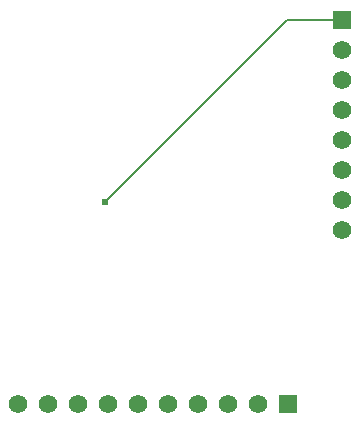
<source format=gbl>
G04 ---------------------------- Layer name :BOTTOM LAYER*
G04 EasyEDA v5.8.22, Thu, 27 Dec 2018 18:25:07 GMT*
G04 83e352a6ecc44a8a847cc623543be36f*
G04 Gerber Generator version 0.2*
G04 Scale: 100 percent, Rotated: No, Reflected: No *
G04 Dimensions in millimeters *
G04 leading zeros omitted , absolute positions ,3 integer and 3 decimal *
%FSLAX33Y33*%
%MOMM*%
G90*
G71D02*

%ADD11C,0.159995*%
%ADD12C,0.610006*%
%ADD15R,1.574800X1.574800*%
%ADD16C,1.574800*%

%LPD*%
G54D11*
G01X30988Y36017D02*
G01X26329Y36017D01*
G01X10896Y20584D01*
G54D15*
G01X30988Y36017D03*
G54D16*
G01X30988Y33477D03*
G01X30988Y30937D03*
G01X30988Y28397D03*
G01X30988Y25857D03*
G01X30988Y23317D03*
G01X30988Y20777D03*
G01X30988Y18237D03*
G01X3556Y3505D03*
G01X6096Y3505D03*
G01X8636Y3505D03*
G01X11176Y3505D03*
G01X13716Y3505D03*
G01X16256Y3505D03*
G01X18796Y3505D03*
G01X21336Y3505D03*
G01X23876Y3505D03*
G54D15*
G01X26416Y3505D03*
G54D12*
G01X10896Y20584D03*
M00*
M02*

</source>
